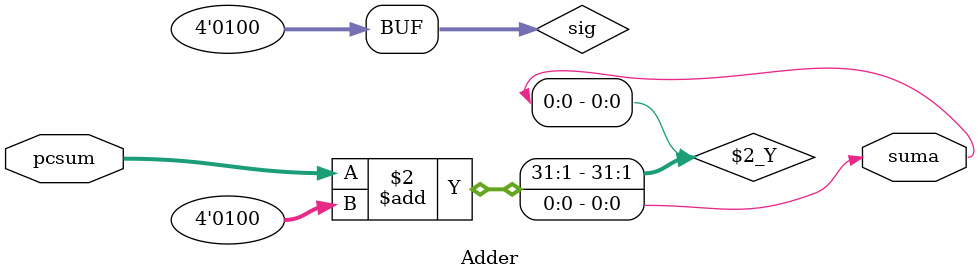
<source format=v>
module Adder(
    input [31:0] pcsum, // ¿Cuántos bits se supone que entran? 32?
    output reg suma
);

reg [3:0] sig; 

assign sig = 4'b0100; 

always @(*) begin
    suma = pcsum + sig;
end

endmodule

</source>
